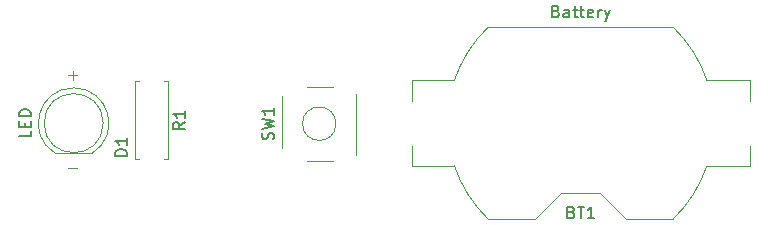
<source format=gto>
%TF.GenerationSoftware,KiCad,Pcbnew,8.0.1*%
%TF.CreationDate,2024-04-02T12:30:46-07:00*%
%TF.ProjectId,proj1-led-torch,70726f6a-312d-46c6-9564-2d746f726368,0.1*%
%TF.SameCoordinates,Original*%
%TF.FileFunction,Legend,Top*%
%TF.FilePolarity,Positive*%
%FSLAX46Y46*%
G04 Gerber Fmt 4.6, Leading zero omitted, Abs format (unit mm)*
G04 Created by KiCad (PCBNEW 8.0.1) date 2024-04-02 12:30:46*
%MOMM*%
%LPD*%
G01*
G04 APERTURE LIST*
%ADD10C,0.100000*%
%ADD11C,0.150000*%
%ADD12C,0.120000*%
G04 APERTURE END LIST*
D10*
X121207884Y-138683466D02*
X121969789Y-138683466D01*
X121207884Y-130809466D02*
X121969789Y-130809466D01*
X121588836Y-131190419D02*
X121588836Y-130428514D01*
D11*
X163806285Y-142425009D02*
X163949142Y-142472628D01*
X163949142Y-142472628D02*
X163996761Y-142520247D01*
X163996761Y-142520247D02*
X164044380Y-142615485D01*
X164044380Y-142615485D02*
X164044380Y-142758342D01*
X164044380Y-142758342D02*
X163996761Y-142853580D01*
X163996761Y-142853580D02*
X163949142Y-142901200D01*
X163949142Y-142901200D02*
X163853904Y-142948819D01*
X163853904Y-142948819D02*
X163472952Y-142948819D01*
X163472952Y-142948819D02*
X163472952Y-141948819D01*
X163472952Y-141948819D02*
X163806285Y-141948819D01*
X163806285Y-141948819D02*
X163901523Y-141996438D01*
X163901523Y-141996438D02*
X163949142Y-142044057D01*
X163949142Y-142044057D02*
X163996761Y-142139295D01*
X163996761Y-142139295D02*
X163996761Y-142234533D01*
X163996761Y-142234533D02*
X163949142Y-142329771D01*
X163949142Y-142329771D02*
X163901523Y-142377390D01*
X163901523Y-142377390D02*
X163806285Y-142425009D01*
X163806285Y-142425009D02*
X163472952Y-142425009D01*
X164330095Y-141948819D02*
X164901523Y-141948819D01*
X164615809Y-142948819D02*
X164615809Y-141948819D01*
X165758666Y-142948819D02*
X165187238Y-142948819D01*
X165472952Y-142948819D02*
X165472952Y-141948819D01*
X165472952Y-141948819D02*
X165377714Y-142091676D01*
X165377714Y-142091676D02*
X165282476Y-142186914D01*
X165282476Y-142186914D02*
X165187238Y-142234533D01*
X162520570Y-125407009D02*
X162663427Y-125454628D01*
X162663427Y-125454628D02*
X162711046Y-125502247D01*
X162711046Y-125502247D02*
X162758665Y-125597485D01*
X162758665Y-125597485D02*
X162758665Y-125740342D01*
X162758665Y-125740342D02*
X162711046Y-125835580D01*
X162711046Y-125835580D02*
X162663427Y-125883200D01*
X162663427Y-125883200D02*
X162568189Y-125930819D01*
X162568189Y-125930819D02*
X162187237Y-125930819D01*
X162187237Y-125930819D02*
X162187237Y-124930819D01*
X162187237Y-124930819D02*
X162520570Y-124930819D01*
X162520570Y-124930819D02*
X162615808Y-124978438D01*
X162615808Y-124978438D02*
X162663427Y-125026057D01*
X162663427Y-125026057D02*
X162711046Y-125121295D01*
X162711046Y-125121295D02*
X162711046Y-125216533D01*
X162711046Y-125216533D02*
X162663427Y-125311771D01*
X162663427Y-125311771D02*
X162615808Y-125359390D01*
X162615808Y-125359390D02*
X162520570Y-125407009D01*
X162520570Y-125407009D02*
X162187237Y-125407009D01*
X163615808Y-125930819D02*
X163615808Y-125407009D01*
X163615808Y-125407009D02*
X163568189Y-125311771D01*
X163568189Y-125311771D02*
X163472951Y-125264152D01*
X163472951Y-125264152D02*
X163282475Y-125264152D01*
X163282475Y-125264152D02*
X163187237Y-125311771D01*
X163615808Y-125883200D02*
X163520570Y-125930819D01*
X163520570Y-125930819D02*
X163282475Y-125930819D01*
X163282475Y-125930819D02*
X163187237Y-125883200D01*
X163187237Y-125883200D02*
X163139618Y-125787961D01*
X163139618Y-125787961D02*
X163139618Y-125692723D01*
X163139618Y-125692723D02*
X163187237Y-125597485D01*
X163187237Y-125597485D02*
X163282475Y-125549866D01*
X163282475Y-125549866D02*
X163520570Y-125549866D01*
X163520570Y-125549866D02*
X163615808Y-125502247D01*
X163949142Y-125264152D02*
X164330094Y-125264152D01*
X164091999Y-124930819D02*
X164091999Y-125787961D01*
X164091999Y-125787961D02*
X164139618Y-125883200D01*
X164139618Y-125883200D02*
X164234856Y-125930819D01*
X164234856Y-125930819D02*
X164330094Y-125930819D01*
X164520571Y-125264152D02*
X164901523Y-125264152D01*
X164663428Y-124930819D02*
X164663428Y-125787961D01*
X164663428Y-125787961D02*
X164711047Y-125883200D01*
X164711047Y-125883200D02*
X164806285Y-125930819D01*
X164806285Y-125930819D02*
X164901523Y-125930819D01*
X165615809Y-125883200D02*
X165520571Y-125930819D01*
X165520571Y-125930819D02*
X165330095Y-125930819D01*
X165330095Y-125930819D02*
X165234857Y-125883200D01*
X165234857Y-125883200D02*
X165187238Y-125787961D01*
X165187238Y-125787961D02*
X165187238Y-125407009D01*
X165187238Y-125407009D02*
X165234857Y-125311771D01*
X165234857Y-125311771D02*
X165330095Y-125264152D01*
X165330095Y-125264152D02*
X165520571Y-125264152D01*
X165520571Y-125264152D02*
X165615809Y-125311771D01*
X165615809Y-125311771D02*
X165663428Y-125407009D01*
X165663428Y-125407009D02*
X165663428Y-125502247D01*
X165663428Y-125502247D02*
X165187238Y-125597485D01*
X166092000Y-125930819D02*
X166092000Y-125264152D01*
X166092000Y-125454628D02*
X166139619Y-125359390D01*
X166139619Y-125359390D02*
X166187238Y-125311771D01*
X166187238Y-125311771D02*
X166282476Y-125264152D01*
X166282476Y-125264152D02*
X166377714Y-125264152D01*
X166615810Y-125264152D02*
X166853905Y-125930819D01*
X167092000Y-125264152D02*
X166853905Y-125930819D01*
X166853905Y-125930819D02*
X166758667Y-126168914D01*
X166758667Y-126168914D02*
X166711048Y-126216533D01*
X166711048Y-126216533D02*
X166615810Y-126264152D01*
X138565200Y-136259332D02*
X138612819Y-136116475D01*
X138612819Y-136116475D02*
X138612819Y-135878380D01*
X138612819Y-135878380D02*
X138565200Y-135783142D01*
X138565200Y-135783142D02*
X138517580Y-135735523D01*
X138517580Y-135735523D02*
X138422342Y-135687904D01*
X138422342Y-135687904D02*
X138327104Y-135687904D01*
X138327104Y-135687904D02*
X138231866Y-135735523D01*
X138231866Y-135735523D02*
X138184247Y-135783142D01*
X138184247Y-135783142D02*
X138136628Y-135878380D01*
X138136628Y-135878380D02*
X138089009Y-136068856D01*
X138089009Y-136068856D02*
X138041390Y-136164094D01*
X138041390Y-136164094D02*
X137993771Y-136211713D01*
X137993771Y-136211713D02*
X137898533Y-136259332D01*
X137898533Y-136259332D02*
X137803295Y-136259332D01*
X137803295Y-136259332D02*
X137708057Y-136211713D01*
X137708057Y-136211713D02*
X137660438Y-136164094D01*
X137660438Y-136164094D02*
X137612819Y-136068856D01*
X137612819Y-136068856D02*
X137612819Y-135830761D01*
X137612819Y-135830761D02*
X137660438Y-135687904D01*
X137612819Y-135354570D02*
X138612819Y-135116475D01*
X138612819Y-135116475D02*
X137898533Y-134925999D01*
X137898533Y-134925999D02*
X138612819Y-134735523D01*
X138612819Y-134735523D02*
X137612819Y-134497428D01*
X138612819Y-133592666D02*
X138612819Y-134164094D01*
X138612819Y-133878380D02*
X137612819Y-133878380D01*
X137612819Y-133878380D02*
X137755676Y-133973618D01*
X137755676Y-133973618D02*
X137850914Y-134068856D01*
X137850914Y-134068856D02*
X137898533Y-134164094D01*
X126184819Y-137644094D02*
X125184819Y-137644094D01*
X125184819Y-137644094D02*
X125184819Y-137405999D01*
X125184819Y-137405999D02*
X125232438Y-137263142D01*
X125232438Y-137263142D02*
X125327676Y-137167904D01*
X125327676Y-137167904D02*
X125422914Y-137120285D01*
X125422914Y-137120285D02*
X125613390Y-137072666D01*
X125613390Y-137072666D02*
X125756247Y-137072666D01*
X125756247Y-137072666D02*
X125946723Y-137120285D01*
X125946723Y-137120285D02*
X126041961Y-137167904D01*
X126041961Y-137167904D02*
X126137200Y-137263142D01*
X126137200Y-137263142D02*
X126184819Y-137405999D01*
X126184819Y-137405999D02*
X126184819Y-137644094D01*
X126184819Y-136120285D02*
X126184819Y-136691713D01*
X126184819Y-136405999D02*
X125184819Y-136405999D01*
X125184819Y-136405999D02*
X125327676Y-136501237D01*
X125327676Y-136501237D02*
X125422914Y-136596475D01*
X125422914Y-136596475D02*
X125470533Y-136691713D01*
X118056819Y-135516857D02*
X118056819Y-135993047D01*
X118056819Y-135993047D02*
X117056819Y-135993047D01*
X117533009Y-135183523D02*
X117533009Y-134850190D01*
X118056819Y-134707333D02*
X118056819Y-135183523D01*
X118056819Y-135183523D02*
X117056819Y-135183523D01*
X117056819Y-135183523D02*
X117056819Y-134707333D01*
X118056819Y-134278761D02*
X117056819Y-134278761D01*
X117056819Y-134278761D02*
X117056819Y-134040666D01*
X117056819Y-134040666D02*
X117104438Y-133897809D01*
X117104438Y-133897809D02*
X117199676Y-133802571D01*
X117199676Y-133802571D02*
X117294914Y-133754952D01*
X117294914Y-133754952D02*
X117485390Y-133707333D01*
X117485390Y-133707333D02*
X117628247Y-133707333D01*
X117628247Y-133707333D02*
X117818723Y-133754952D01*
X117818723Y-133754952D02*
X117913961Y-133802571D01*
X117913961Y-133802571D02*
X118009200Y-133897809D01*
X118009200Y-133897809D02*
X118056819Y-134040666D01*
X118056819Y-134040666D02*
X118056819Y-134278761D01*
X131094819Y-134786666D02*
X130618628Y-135119999D01*
X131094819Y-135358094D02*
X130094819Y-135358094D01*
X130094819Y-135358094D02*
X130094819Y-134977142D01*
X130094819Y-134977142D02*
X130142438Y-134881904D01*
X130142438Y-134881904D02*
X130190057Y-134834285D01*
X130190057Y-134834285D02*
X130285295Y-134786666D01*
X130285295Y-134786666D02*
X130428152Y-134786666D01*
X130428152Y-134786666D02*
X130523390Y-134834285D01*
X130523390Y-134834285D02*
X130571009Y-134881904D01*
X130571009Y-134881904D02*
X130618628Y-134977142D01*
X130618628Y-134977142D02*
X130618628Y-135358094D01*
X131094819Y-133834285D02*
X131094819Y-134405713D01*
X131094819Y-134119999D02*
X130094819Y-134119999D01*
X130094819Y-134119999D02*
X130237676Y-134215237D01*
X130237676Y-134215237D02*
X130332914Y-134310475D01*
X130332914Y-134310475D02*
X130380533Y-134405713D01*
D12*
%TO.C,BT1*%
X150282000Y-131264000D02*
X153900000Y-131264000D01*
X150282000Y-132974000D02*
X150282000Y-131264000D01*
X150282000Y-136774000D02*
X150282000Y-138484000D01*
X153900000Y-138484000D02*
X150282000Y-138484000D01*
X156744700Y-126764000D02*
X172439300Y-126764000D01*
X160732000Y-142984000D02*
X156744700Y-142984000D01*
X162932000Y-140784000D02*
X160732000Y-142984000D01*
X166252000Y-140784000D02*
X162932000Y-140784000D01*
X166252000Y-140784000D02*
X168452000Y-142984000D01*
X172439300Y-142984000D02*
X168452000Y-142984000D01*
X175284000Y-131264000D02*
X178902000Y-131264000D01*
X178902000Y-132974000D02*
X178902000Y-131264000D01*
X178902000Y-136774000D02*
X178902000Y-138484000D01*
X178902000Y-138484000D02*
X175284000Y-138484000D01*
X153900001Y-131264000D02*
G75*
G02*
X156746629Y-126762211I10692019J-3610010D01*
G01*
X156746629Y-142985789D02*
G75*
G02*
X153900000Y-138484000I7845366J8111785D01*
G01*
X172437371Y-126762211D02*
G75*
G02*
X175284000Y-131264000I-7845371J-8111789D01*
G01*
X175284000Y-138484000D02*
G75*
G02*
X172437371Y-142985789I-10692020J3610012D01*
G01*
%TO.C,SW1*%
X143608000Y-138046000D02*
X141408000Y-138046000D01*
X145578000Y-137576000D02*
X145578000Y-132376000D01*
X139338000Y-136976000D02*
X139338000Y-132576000D01*
X141408000Y-131806000D02*
X143608000Y-131806000D01*
X143872214Y-134926000D02*
G75*
G02*
X141043786Y-134926000I-1414214J0D01*
G01*
X141043786Y-134926000D02*
G75*
G02*
X143872214Y-134926000I1414214J0D01*
G01*
%TO.C,D1*%
X120121000Y-137439000D02*
X123211000Y-137439000D01*
X120121170Y-137438999D02*
G75*
G02*
X121666462Y-131889001I1544830J2559999D01*
G01*
X121665538Y-131889000D02*
G75*
G02*
X123210830Y-137439000I462J-2990000D01*
G01*
X124166000Y-134879000D02*
G75*
G02*
X119166000Y-134879000I-2500000J0D01*
G01*
X119166000Y-134879000D02*
G75*
G02*
X124166000Y-134879000I2500000J0D01*
G01*
%TO.C,R1*%
X126900000Y-131350000D02*
X126900000Y-137890000D01*
X126900000Y-137890000D02*
X127230000Y-137890000D01*
X127230000Y-131350000D02*
X126900000Y-131350000D01*
X129310000Y-131350000D02*
X129640000Y-131350000D01*
X129640000Y-131350000D02*
X129640000Y-137890000D01*
X129640000Y-137890000D02*
X129310000Y-137890000D01*
%TD*%
M02*

</source>
